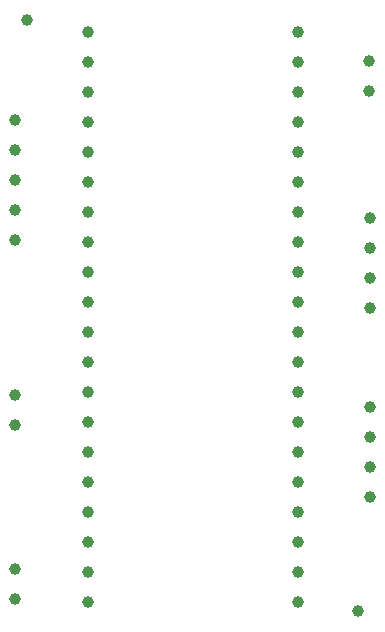
<source format=gbr>
%TF.GenerationSoftware,KiCad,Pcbnew,(6.0.7)*%
%TF.CreationDate,2022-11-11T17:02:34+01:00*%
%TF.ProjectId,pin_distribution_pcb,70696e5f-6469-4737-9472-69627574696f,rev?*%
%TF.SameCoordinates,Original*%
%TF.FileFunction,Plated,1,2,PTH,Drill*%
%TF.FilePolarity,Positive*%
%FSLAX46Y46*%
G04 Gerber Fmt 4.6, Leading zero omitted, Abs format (unit mm)*
G04 Created by KiCad (PCBNEW (6.0.7)) date 2022-11-11 17:02:34*
%MOMM*%
%LPD*%
G01*
G04 APERTURE LIST*
%TA.AperFunction,ViaDrill*%
%ADD10C,1.000000*%
%TD*%
%TA.AperFunction,ComponentDrill*%
%ADD11C,1.000000*%
%TD*%
G04 APERTURE END LIST*
D10*
X4500000Y-3500000D03*
X32500000Y-53500000D03*
D11*
%TO.C,J1*%
X3500000Y-11960000D03*
X3500000Y-14500000D03*
X3500000Y-17040000D03*
X3500000Y-19580000D03*
X3500000Y-22120000D03*
%TO.C,J2*%
X3500000Y-49960000D03*
X3500000Y-52500000D03*
%TO.C,J3*%
X3525000Y-35250000D03*
X3525000Y-37790000D03*
%TO.C,U1*%
X9645000Y-4500259D03*
X9645000Y-7040259D03*
X9645000Y-9580259D03*
X9645000Y-12120259D03*
X9645000Y-14660259D03*
X9645000Y-17200259D03*
X9645000Y-19740259D03*
X9645000Y-22280259D03*
X9645000Y-24820259D03*
X9645000Y-27360259D03*
X9645000Y-29900259D03*
X9645000Y-32440259D03*
X9645000Y-34980259D03*
X9645000Y-37520259D03*
X9645000Y-40060259D03*
X9645000Y-42600259D03*
X9645000Y-45140259D03*
X9645000Y-47680259D03*
X9645000Y-50220259D03*
X9645000Y-52760259D03*
X27425000Y-4500259D03*
X27425000Y-7040259D03*
X27425000Y-9580259D03*
X27425000Y-12120259D03*
X27425000Y-14660259D03*
X27425000Y-17200259D03*
X27425000Y-19740259D03*
X27425000Y-22280259D03*
X27425000Y-24820259D03*
X27425000Y-27360259D03*
X27425000Y-29900259D03*
X27425000Y-32440259D03*
X27425000Y-34980259D03*
X27425000Y-37520259D03*
X27425000Y-40060259D03*
X27425000Y-42600259D03*
X27425000Y-45140259D03*
X27425000Y-47680259D03*
X27425000Y-50220259D03*
X27425000Y-52760259D03*
%TO.C,J5*%
X33500000Y-6960000D03*
X33500000Y-9500000D03*
%TO.C,J6*%
X33525000Y-20200000D03*
X33525000Y-22740000D03*
X33525000Y-25280000D03*
X33525000Y-27820000D03*
%TO.C,J4*%
X33525000Y-36200000D03*
X33525000Y-38740000D03*
X33525000Y-41280000D03*
X33525000Y-43820000D03*
M02*

</source>
